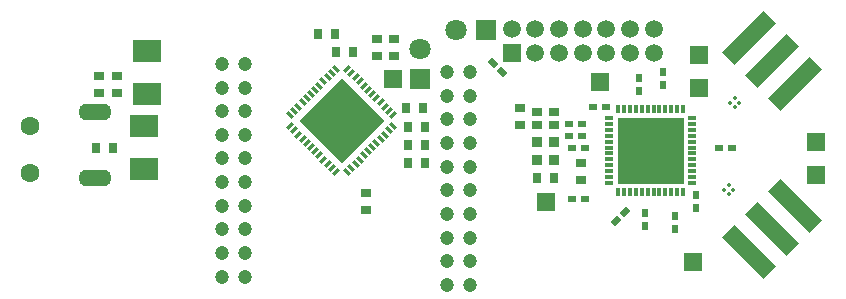
<source format=gbr>
%TF.GenerationSoftware,KiCad,Pcbnew,7.0.5*%
%TF.CreationDate,2024-09-10T19:27:24-04:00*%
%TF.ProjectId,PCB_PCB_OpenSuperHetv6PCB,5043425f-5043-4425-9f4f-70656e537570,rev?*%
%TF.SameCoordinates,Original*%
%TF.FileFunction,Soldermask,Top*%
%TF.FilePolarity,Negative*%
%FSLAX46Y46*%
G04 Gerber Fmt 4.6, Leading zero omitted, Abs format (unit mm)*
G04 Created by KiCad (PCBNEW 7.0.5) date 2024-09-10 19:27:24*
%MOMM*%
%LPD*%
G01*
G04 APERTURE LIST*
G04 Aperture macros list*
%AMRotRect*
0 Rectangle, with rotation*
0 The origin of the aperture is its center*
0 $1 length*
0 $2 width*
0 $3 Rotation angle, in degrees counterclockwise*
0 Add horizontal line*
21,1,$1,$2,0,0,$3*%
G04 Aperture macros list end*
%ADD10R,1.800000X1.800000*%
%ADD11C,1.800000*%
%ADD12C,1.200000*%
%ADD13R,0.806000X0.864000*%
%ADD14R,0.540000X0.790000*%
%ADD15RotRect,0.300000X0.300000X45.000000*%
%ADD16RotRect,0.250000X0.250000X45.000000*%
%ADD17R,1.575000X1.575000*%
%ADD18R,0.800000X0.900000*%
%ADD19R,0.900000X0.800000*%
%ADD20R,2.376000X1.900000*%
%ADD21RotRect,1.500000X5.000000X135.000000*%
%ADD22RotRect,0.300000X0.300000X135.000000*%
%ADD23RotRect,0.250000X0.250000X135.000000*%
%ADD24C,1.500000*%
%ADD25R,1.500000X1.500000*%
%ADD26RotRect,1.500000X5.000000X45.000000*%
%ADD27RotRect,0.280000X0.700000X135.000000*%
%ADD28RotRect,0.700000X0.280000X135.000000*%
%ADD29RotRect,5.100000X5.100000X135.000000*%
%ADD30R,0.790000X0.540000*%
%ADD31C,1.600000*%
%ADD32O,2.800000X1.400000*%
%ADD33RotRect,0.790000X0.540000X45.000000*%
%ADD34R,0.800000X0.300000*%
%ADD35R,0.300000X0.800000*%
%ADD36R,5.600000X5.600000*%
%ADD37RotRect,0.790000X0.540000X315.000000*%
G04 APERTURE END LIST*
D10*
%TO.C,U7*%
X34616060Y-18787913D03*
D11*
X32076060Y-18787913D03*
%TD*%
D12*
%TO.C,U2*%
X33242000Y-22322000D03*
X31242000Y-22322000D03*
X33242000Y-24322000D03*
X31242000Y-24322000D03*
X33242000Y-26322000D03*
X31242000Y-26322000D03*
X33242000Y-28322000D03*
X31242000Y-28322000D03*
X33242000Y-30322000D03*
X31242000Y-30322000D03*
X33242000Y-32322000D03*
X31242000Y-32322000D03*
X33242000Y-34322000D03*
X31242000Y-34322000D03*
X33242000Y-36322000D03*
X31242000Y-36322000D03*
X33242000Y-38322000D03*
X31242000Y-38322000D03*
X33242000Y-40322000D03*
X31242000Y-40322000D03*
%TD*%
D13*
%TO.C,R1*%
X38871000Y-28194000D03*
X40377000Y-28194000D03*
%TD*%
D14*
%TO.C,C9*%
X49530000Y-22315000D03*
X49530000Y-23405000D03*
%TD*%
D15*
%TO.C,ANT_BALUN1*%
X55118000Y-32611553D03*
D16*
X55471553Y-32258000D03*
X55118000Y-31904447D03*
X54764447Y-32258000D03*
%TD*%
D17*
%TO.C,J2*%
X52070000Y-38354000D03*
%TD*%
D18*
%TO.C,C23*%
X40324000Y-31242000D03*
X38924000Y-31242000D03*
%TD*%
D14*
%TO.C,C1*%
X52324000Y-33819000D03*
X52324000Y-32729000D03*
%TD*%
D19*
%TO.C,C36*%
X3302000Y-22668000D03*
X3302000Y-24068000D03*
%TD*%
D20*
%TO.C,C16*%
X5842000Y-20553000D03*
X5842000Y-24151000D03*
%TD*%
D18*
%TO.C,C24*%
X28002000Y-29972000D03*
X29402000Y-29972000D03*
%TD*%
D21*
%TO.C,ANT_SMA2*%
X60745544Y-23280544D03*
X56856456Y-19391456D03*
X58801000Y-21336000D03*
%TD*%
D14*
%TO.C,C10*%
X48006000Y-35343000D03*
X48006000Y-34253000D03*
%TD*%
D17*
%TO.C,J7*%
X44196000Y-23114000D03*
%TD*%
D22*
%TO.C,ANT_BALUN2*%
X55979553Y-24892000D03*
D23*
X55626000Y-24538447D03*
X55272447Y-24892000D03*
X55626000Y-25245553D03*
%TD*%
D18*
%TO.C,C26*%
X20382000Y-19050000D03*
X21782000Y-19050000D03*
%TD*%
D20*
%TO.C,C15*%
X5588000Y-26903000D03*
X5588000Y-30501000D03*
%TD*%
D18*
%TO.C,C20*%
X28002000Y-28448000D03*
X29402000Y-28448000D03*
%TD*%
D24*
%TO.C,SYS_CTRL*%
X48768000Y-18688011D03*
X48768000Y-20688011D03*
X46768000Y-18688011D03*
X46768000Y-20688011D03*
X44768000Y-18688011D03*
X44768000Y-20688011D03*
X42768000Y-18688011D03*
X42768000Y-20688011D03*
X40768000Y-18688011D03*
X40768000Y-20688011D03*
X38768000Y-18688011D03*
X38768000Y-20688011D03*
X36768000Y-18688011D03*
D25*
X36768000Y-20688011D03*
%TD*%
D14*
%TO.C,C8*%
X50546000Y-35597000D03*
X50546000Y-34507000D03*
%TD*%
D19*
%TO.C,C21*%
X42629547Y-31434000D03*
X42629547Y-30034000D03*
%TD*%
D12*
%TO.C,U3*%
X14192000Y-21622000D03*
X12192000Y-21622000D03*
X14192000Y-23622000D03*
X12192000Y-23622000D03*
X14192000Y-25622000D03*
X12192000Y-25622000D03*
X14192000Y-27622000D03*
X12192000Y-27622000D03*
X14192000Y-29622000D03*
X12192000Y-29622000D03*
X14192000Y-31622000D03*
X12192000Y-31622000D03*
X14192000Y-33622000D03*
X12192000Y-33622000D03*
X14192000Y-35622000D03*
X12192000Y-35622000D03*
X14192000Y-37622000D03*
X12192000Y-37622000D03*
X14192000Y-39622000D03*
X12192000Y-39622000D03*
%TD*%
D17*
%TO.C,J6*%
X52578000Y-20828000D03*
%TD*%
D26*
%TO.C,ANT_SMA1*%
X56856456Y-37504544D03*
X60745544Y-33615456D03*
X58801000Y-35560000D03*
%TD*%
D27*
%TO.C,U1*%
X26719799Y-25937289D03*
X26366245Y-25583735D03*
X26012692Y-25230182D03*
X25659138Y-24876629D03*
X25305585Y-24523075D03*
X24952032Y-24169522D03*
X24598478Y-23815968D03*
X24244925Y-23462415D03*
X23891371Y-23108862D03*
X23537818Y-22755308D03*
X23184265Y-22401755D03*
X22830711Y-22048201D03*
D28*
X21872582Y-22047494D03*
X21519028Y-22401048D03*
X21165475Y-22754601D03*
X20811921Y-23108154D03*
X20458368Y-23461708D03*
X20104815Y-23815261D03*
X19751261Y-24168815D03*
X19397708Y-24522368D03*
X19044154Y-24875921D03*
X18690601Y-25229475D03*
X18337048Y-25583028D03*
X17983494Y-25936582D03*
D27*
X17984201Y-26894711D03*
X18337755Y-27248265D03*
X18691308Y-27601818D03*
X19044862Y-27955371D03*
X19398415Y-28308925D03*
X19751968Y-28662478D03*
X20105522Y-29016032D03*
X20459075Y-29369585D03*
X20812629Y-29723138D03*
X21166182Y-30076692D03*
X21519735Y-30430245D03*
X21873289Y-30783799D03*
D28*
X22830711Y-30783799D03*
X23184265Y-30430245D03*
X23537818Y-30076692D03*
X23891371Y-29723138D03*
X24244925Y-29369585D03*
X24598478Y-29016032D03*
X24952032Y-28662478D03*
X25305585Y-28308925D03*
X25659138Y-27955371D03*
X26012692Y-27601818D03*
X26366245Y-27248265D03*
X26719799Y-26894711D03*
D29*
X22352000Y-26416000D03*
%TD*%
D19*
%TO.C,C27*%
X24384000Y-33974000D03*
X24384000Y-32574000D03*
%TD*%
%TO.C,C14*%
X1778000Y-22668000D03*
X1778000Y-24068000D03*
%TD*%
%TO.C,X3*%
X40324000Y-25654000D03*
X38924000Y-25654000D03*
X38924000Y-26754000D03*
X40324000Y-26754000D03*
%TD*%
D17*
%TO.C,J3*%
X52578000Y-23622000D03*
%TD*%
%TO.C,J1*%
X62484000Y-30988000D03*
%TD*%
D18*
%TO.C,C35*%
X1586000Y-28702000D03*
X2986000Y-28702000D03*
%TD*%
D30*
%TO.C,C4*%
X41619000Y-27686000D03*
X42709000Y-27686000D03*
%TD*%
D18*
%TO.C,C19*%
X28002000Y-26924000D03*
X29402000Y-26924000D03*
%TD*%
D31*
%TO.C,DC1*%
X-4064000Y-26860000D03*
X-4064000Y-30860000D03*
D32*
X1438000Y-25711000D03*
X1438000Y-31311000D03*
%TD*%
D19*
%TO.C,C39*%
X26748965Y-19525577D03*
X26748965Y-20925577D03*
%TD*%
D33*
%TO.C,C12*%
X45588627Y-34929373D03*
X46359373Y-34158627D03*
%TD*%
D19*
%TO.C,C22*%
X37455374Y-25390280D03*
X37455374Y-26790280D03*
%TD*%
D10*
%TO.C,U6*%
X28956000Y-22860000D03*
D11*
X28956000Y-20320000D03*
%TD*%
D30*
%TO.C,C5*%
X42963000Y-28702000D03*
X41873000Y-28702000D03*
%TD*%
D17*
%TO.C,J5*%
X62484000Y-28194000D03*
%TD*%
D18*
%TO.C,C29*%
X21906000Y-20574000D03*
X23306000Y-20574000D03*
%TD*%
D19*
%TO.C,C41*%
X25386439Y-19521534D03*
X25386439Y-20921534D03*
%TD*%
D13*
%TO.C,R2*%
X38871000Y-29718000D03*
X40377000Y-29718000D03*
%TD*%
D30*
%TO.C,C13*%
X55409000Y-28702000D03*
X54319000Y-28702000D03*
%TD*%
D17*
%TO.C,CLK1*%
X26670000Y-22860000D03*
%TD*%
D34*
%TO.C,U5*%
X52014000Y-31706000D03*
X52014000Y-31205000D03*
X52014000Y-30705000D03*
X52014000Y-30206000D03*
X52014000Y-29706000D03*
X52014000Y-29206000D03*
X52014000Y-28706000D03*
X52014000Y-28206000D03*
X52014000Y-27705000D03*
X52014000Y-27205000D03*
X52014000Y-26706000D03*
X52014000Y-26207000D03*
D35*
X51265000Y-25455000D03*
X50765000Y-25455000D03*
X50264000Y-25455000D03*
X49764000Y-25455000D03*
X49264000Y-25455000D03*
X48764000Y-25455000D03*
X48265000Y-25455000D03*
X47764000Y-25455000D03*
X47264000Y-25455000D03*
X46764000Y-25455000D03*
X46263000Y-25455000D03*
X45763000Y-25455000D03*
D34*
X45014000Y-26207000D03*
X45014000Y-26706000D03*
X45014000Y-27205000D03*
X45014000Y-27705000D03*
X45014000Y-28206000D03*
X45014000Y-28706000D03*
X45014000Y-29206000D03*
X45014000Y-29706000D03*
X45014000Y-30206000D03*
X45014000Y-30705000D03*
X45014000Y-31205000D03*
X45014000Y-31706000D03*
D35*
X45763000Y-32455000D03*
X46263000Y-32455000D03*
X46764000Y-32455000D03*
X47264000Y-32455000D03*
X47764000Y-32455000D03*
X48264000Y-32455000D03*
X48764000Y-32455000D03*
X49264000Y-32455000D03*
X49764000Y-32455000D03*
X50264000Y-32455000D03*
X50765000Y-32455000D03*
X51265000Y-32455000D03*
D36*
X48514000Y-28956000D03*
%TD*%
D17*
%TO.C,J4*%
X39624000Y-33274000D03*
%TD*%
D30*
%TO.C,C6*%
X44766723Y-25301875D03*
X43676723Y-25301875D03*
%TD*%
%TO.C,C3*%
X42709000Y-26670000D03*
X41619000Y-26670000D03*
%TD*%
%TO.C,C2*%
X42963000Y-33020000D03*
X41873000Y-33020000D03*
%TD*%
D14*
%TO.C,C7*%
X47498000Y-23913000D03*
X47498000Y-22823000D03*
%TD*%
D37*
%TO.C,C11*%
X35154411Y-21510471D03*
X35925157Y-22281217D03*
%TD*%
D18*
%TO.C,C37*%
X29230592Y-25367821D03*
X27830592Y-25367821D03*
%TD*%
M02*

</source>
